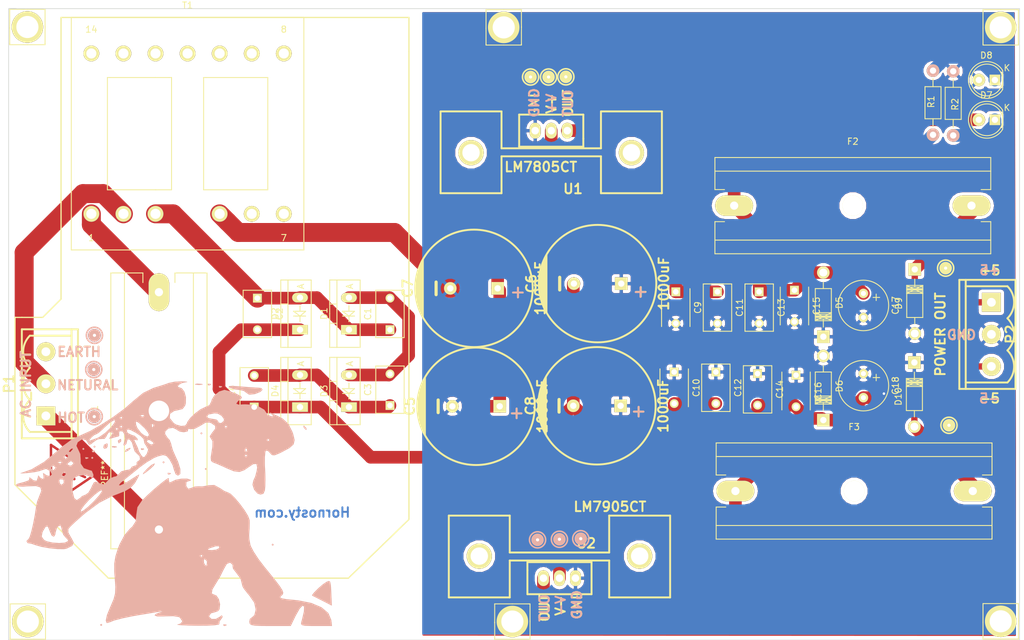
<source format=kicad_pcb>
(kicad_pcb (version 20171130) (host pcbnew "(5.1.12)-1")
  (layers (0 F.Cu signal) (31 B.Cu signal) (34 B.Paste user) (35 F.Paste user) (36 B.SilkS user) (37 F.SilkS user) (38 B.Mask user) (39 F.Mask user) (44 Edge.Cuts user))
  (net 0 "")
  (net 1 "Net-(C1-Pad1)")
  (net 2 /V-)
  (net 3 /V+)
  (net 4 "Net-(C3-Pad1)")
  (net 5 "Net-(C13-Pad1)")
  (net 6 "Net-(C14-Pad2)")
  (net 7 "Net-(D7-Pad1)")
  (net 8 "Net-(D8-Pad1)")
  (net 9 /REG_+5V)
  (net 10 /REG_-5V)
  (net 11 "Net-(F1-Pad2)")
  (net 12 /HOT)
  (net 13 /NETURAL)
  (net 14 GNDPWR)
  (net 15 Earth)
  (module Capacitors_ThroughHole:C_Disc_D7.5_P5 (layer F.Cu) (at 142.696 110.652 90)
    (fp_text reference C1 (at 2.5 -3.5 90) (layer F.SilkS))
    (fp_text value C_Small)
    (pad 1 thru_hole rect (at 0 0 90) (size 1.4 1.4) (drill 0.9) (layers *.Cu *.Mask F.SilkS) (net 1 "Net-(C1-Pad1)"))
    (pad 2 thru_hole circle (at 5 0 90) (size 1.4 1.4) (drill 0.9) (layers *.Cu *.Mask F.SilkS) (net 2 /V-))
  )
  (module Capacitors_ThroughHole:C_Disc_D7.5_P5 (layer F.Cu) (at 121.696 105.652 270)
    (fp_text reference C2 (at 2.5 -3.5 270) (layer F.SilkS))
    (fp_text value C_Small)
    (pad 1 thru_hole rect (at 0 0 270) (size 1.4 1.4) (drill 0.9) (layers *.Cu *.Mask F.SilkS) (net 1 "Net-(C1-Pad1)"))
    (pad 2 thru_hole circle (at 5 0 270) (size 1.4 1.4) (drill 0.9) (layers *.Cu *.Mask F.SilkS) (net 3 /V+))
  )
  (module Capacitors_ThroughHole:C_Disc_D7.5_P5 (layer F.Cu) (at 142.696 122.652 90)
    (fp_text reference C3 (at 2.5 -3.5 90) (layer F.SilkS))
    (fp_text value C_Small)
    (pad 1 thru_hole rect (at 0 0 90) (size 1.4 1.4) (drill 0.9) (layers *.Cu *.Mask F.SilkS) (net 4 "Net-(C3-Pad1)"))
    (pad 2 thru_hole circle (at 5 0 90) (size 1.4 1.4) (drill 0.9) (layers *.Cu *.Mask F.SilkS) (net 2 /V-))
  )
  (module Capacitors_ThroughHole:C_Disc_D7.5_P5 (layer F.Cu) (at 121.196 122.902 90)
    (fp_text reference C4 (at 2.5 -3.5 90) (layer F.SilkS))
    (fp_text value C_Small)
    (pad 1 thru_hole rect (at 0 0 90) (size 1.4 1.4) (drill 0.9) (layers *.Cu *.Mask F.SilkS) (net 3 /V+))
    (pad 2 thru_hole circle (at 5 0 90) (size 1.4 1.4) (drill 0.9) (layers *.Cu *.Mask F.SilkS) (net 4 "Net-(C3-Pad1)"))
  )
  (module w_capacitors:CP_18x16mm (layer F.Cu) (at 156.327 122.781 90)
    (fp_text reference C5 (at 0 -10.5 90) (layer F.SilkS) (effects (font (size 1.524 1.524) (thickness 0.3048))))
    (fp_text value 1000uF (at 0 10.5 90) (layer F.SilkS) (effects (font (size 1.524 1.524) (thickness 0.3048))))
    (pad 1 thru_hole rect (at 0 3.75 90) (size 2 2) (drill 1) (layers *.Cu *.Mask F.SilkS) (net 3 /V+))
    (pad 2 thru_hole circle (at 0 -3.75 90) (size 2 2) (drill 1) (layers *.Cu *.Mask F.SilkS) (net 14 GNDPWR))
  )
  (module w_capacitors:CP_18x16mm (layer F.Cu) (at 175.575 103.35 90)
    (fp_text reference C6 (at 0 -10.5 90) (layer F.SilkS) (effects (font (size 1.524 1.524) (thickness 0.3048))))
    (fp_text value 1000uF (at 0 10.5 90) (layer F.SilkS) (effects (font (size 1.524 1.524) (thickness 0.3048))))
    (pad 1 thru_hole rect (at 0 3.75 90) (size 2 2) (drill 1) (layers *.Cu *.Mask F.SilkS) (net 14 GNDPWR))
    (pad 2 thru_hole circle (at 0 -3.75 90) (size 2 2) (drill 1) (layers *.Cu *.Mask F.SilkS) (net 2 /V-))
  )
  (module w_capacitors:CP_18x16mm (layer F.Cu) (at 156 104.1 90)
    (fp_text reference C7 (at 0 -10.5 90) (layer F.SilkS) (effects (font (size 1.524 1.524) (thickness 0.3048))))
    (fp_text value 1000uF (at 0 10.5 90) (layer F.SilkS) (effects (font (size 1.524 1.524) (thickness 0.3048))))
    (pad 1 thru_hole rect (at 0 3.75 90) (size 2 2) (drill 1) (layers *.Cu *.Mask F.SilkS) (net 3 /V+))
    (pad 2 thru_hole circle (at 0 -3.75 90) (size 2 2) (drill 1) (layers *.Cu *.Mask F.SilkS) (net 14 GNDPWR))
  )
  (module w_capacitors:CP_18x16mm (layer F.Cu) (at 175.475 122.7 90)
    (fp_text reference C8 (at 0 -10.5 90) (layer F.SilkS) (effects (font (size 1.524 1.524) (thickness 0.3048))))
    (fp_text value 1000uF (at 0 10.5 90) (layer F.SilkS) (effects (font (size 1.524 1.524) (thickness 0.3048))))
    (pad 1 thru_hole rect (at 0 3.75 90) (size 2 2) (drill 1) (layers *.Cu *.Mask F.SilkS) (net 14 GNDPWR))
    (pad 2 thru_hole circle (at 0 -3.75 90) (size 2 2) (drill 1) (layers *.Cu *.Mask F.SilkS) (net 2 /V-))
  )
  (module Capacitors_ThroughHole:C_Disc_D6_P5 (layer F.Cu) (at 187.96 104.648 270)
    (fp_text reference C9 (at 2.5 -3.5 270) (layer F.SilkS))
    (fp_text value 10nF)
    (pad 1 thru_hole rect (at 0 0 270) (size 1.4 1.4) (drill 0.9) (layers *.Cu *.Mask F.SilkS) (net 3 /V+))
    (pad 2 thru_hole circle (at 5 0 270) (size 1.4 1.4) (drill 0.9) (layers *.Cu *.Mask F.SilkS) (net 14 GNDPWR))
  )
  (module Capacitors_ThroughHole:C_Disc_D6_P5 (layer F.Cu) (at 187.706 117.348 270)
    (fp_text reference C10 (at 2.5 -3.5 270) (layer F.SilkS))
    (fp_text value 10nF)
    (pad 1 thru_hole rect (at 0 0 270) (size 1.4 1.4) (drill 0.9) (layers *.Cu *.Mask F.SilkS) (net 14 GNDPWR))
    (pad 2 thru_hole circle (at 5 0 270) (size 1.4 1.4) (drill 0.9) (layers *.Cu *.Mask F.SilkS) (net 2 /V-))
  )
  (module Capacitors_ThroughHole:C_Disc_D7.5_P5 (layer F.Cu) (at 194.564 104.648 270)
    (fp_text reference C11 (at 2.5 -3.5 270) (layer F.SilkS))
    (fp_text value 100nF)
    (pad 1 thru_hole rect (at 0 0 270) (size 1.4 1.4) (drill 0.9) (layers *.Cu *.Mask F.SilkS) (net 3 /V+))
    (pad 2 thru_hole circle (at 5 0 270) (size 1.4 1.4) (drill 0.9) (layers *.Cu *.Mask F.SilkS) (net 14 GNDPWR))
  )
  (module Capacitors_ThroughHole:C_Disc_D7.5_P5 (layer F.Cu) (at 194.31 117.348 270)
    (fp_text reference C12 (at 2.5 -3.5 270) (layer F.SilkS))
    (fp_text value 100nF)
    (pad 1 thru_hole rect (at 0 0 270) (size 1.4 1.4) (drill 0.9) (layers *.Cu *.Mask F.SilkS) (net 14 GNDPWR))
    (pad 2 thru_hole circle (at 5 0 270) (size 1.4 1.4) (drill 0.9) (layers *.Cu *.Mask F.SilkS) (net 2 /V-))
  )
  (module Capacitors_ThroughHole:C_Disc_D7.5_P5 (layer F.Cu) (at 201.168 104.648 270)
    (fp_text reference C13 (at 2.5 -3.5 270) (layer F.SilkS))
    (fp_text value 100nF)
    (pad 1 thru_hole rect (at 0 0 270) (size 1.4 1.4) (drill 0.9) (layers *.Cu *.Mask F.SilkS) (net 5 "Net-(C13-Pad1)"))
    (pad 2 thru_hole circle (at 5 0 270) (size 1.4 1.4) (drill 0.9) (layers *.Cu *.Mask F.SilkS) (net 14 GNDPWR))
  )
  (module Capacitors_ThroughHole:C_Disc_D7.5_P5 (layer F.Cu) (at 200.914 117.602 270)
    (fp_text reference C14 (at 2.5 -3.5 270) (layer F.SilkS))
    (fp_text value 100nF)
    (pad 1 thru_hole rect (at 0 0 270) (size 1.4 1.4) (drill 0.9) (layers *.Cu *.Mask F.SilkS) (net 14 GNDPWR))
    (pad 2 thru_hole circle (at 5 0 270) (size 1.4 1.4) (drill 0.9) (layers *.Cu *.Mask F.SilkS) (net 6 "Net-(C14-Pad2)"))
  )
  (module Capacitors_ThroughHole:C_Disc_D6_P5 (layer F.Cu) (at 206.756 104.394 270)
    (fp_text reference C15 (at 2.5 -3.5 270) (layer F.SilkS))
    (fp_text value 10nF)
    (pad 1 thru_hole rect (at 0 0 270) (size 1.4 1.4) (drill 0.9) (layers *.Cu *.Mask F.SilkS) (net 5 "Net-(C13-Pad1)"))
    (pad 2 thru_hole circle (at 5 0 270) (size 1.4 1.4) (drill 0.9) (layers *.Cu *.Mask F.SilkS) (net 14 GNDPWR))
  )
  (module Capacitors_ThroughHole:C_Disc_D6_P5 (layer F.Cu) (at 207.01 117.856 270)
    (fp_text reference C16 (at 2.5 -3.5 270) (layer F.SilkS))
    (fp_text value 10nF)
    (pad 1 thru_hole rect (at 0 0 270) (size 1.4 1.4) (drill 0.9) (layers *.Cu *.Mask F.SilkS) (net 14 GNDPWR))
    (pad 2 thru_hole circle (at 5 0 270) (size 1.4 1.4) (drill 0.9) (layers *.Cu *.Mask F.SilkS) (net 6 "Net-(C14-Pad2)"))
  )
  (module Capacitors_Elko_ThroughHole:Elko_vert_11.5x8mm_RM3.5 (layer F.Cu) (at 217.678 104.902 270)
    (fp_text reference C17 (at 1.905 -5.08 270) (layer F.SilkS))
    (fp_text value 470uF)
    (fp_line (start 0.127 -2.032) (end 1.143 -2.032) (layer F.Cu) (width 0.15))
    (fp_line (start 0.635 -2.54) (end 0.635 -1.524) (layer F.Cu) (width 0.15))
    (pad 2 thru_hole circle (at 3.81 0 270) (size 1.50114 1.50114) (drill 0.8001) (layers *.Cu *.Mask F.SilkS) (net 14 GNDPWR))
    (pad 1 thru_hole circle (at 0 0 270) (size 1.50114 1.50114) (drill 0.8001) (layers *.Cu *.Mask F.SilkS) (net 5 "Net-(C13-Pad1)"))
  )
  (module Capacitors_Elko_ThroughHole:Elko_vert_11.5x8mm_RM3.5 (layer F.Cu) (at 217.678 117.602 270)
    (fp_text reference C18 (at 1.905 -5.08 270) (layer F.SilkS))
    (fp_text value 470uF)
    (fp_line (start 0.127 -2.032) (end 1.143 -2.032) (layer F.Cu) (width 0.15))
    (fp_line (start 0.635 -2.54) (end 0.635 -1.524) (layer F.Cu) (width 0.15))
    (pad 2 thru_hole circle (at 3.81 0 270) (size 1.50114 1.50114) (drill 0.8001) (layers *.Cu *.Mask F.SilkS) (net 6 "Net-(C14-Pad2)"))
    (pad 1 thru_hole circle (at 0 0 270) (size 1.50114 1.50114) (drill 0.8001) (layers *.Cu *.Mask F.SilkS) (net 14 GNDPWR))
  )
  (module Diodes_ThroughHole:Diode_TO-220_Vertical (layer F.Cu) (at 136.196 110.652 90)
    (fp_text reference D1 (at 2.54762 -3.92938 90) (layer F.SilkS))
    (fp_text value MUR860G)
    (fp_text user A (at 6.858 0.127 90) (layer F.SilkS))
    (pad 1 thru_hole rect (at 0 0 180) (size 2.49936 1.50114) (drill 1.00076) (layers *.Cu *.Mask F.SilkS) (net 1 "Net-(C1-Pad1)"))
    (pad 2 thru_hole oval (at 5.08 0 180) (size 2.49936 1.50114) (drill 1.00076) (layers *.Cu *.Mask F.SilkS) (net 2 /V-))
  )
  (module Diodes_ThroughHole:Diode_TO-220_Vertical (layer F.Cu) (at 128.446 110.652 90)
    (fp_text reference D2 (at 2.54762 -3.92938 90) (layer F.SilkS))
    (fp_text value MUR860G)
    (fp_text user A (at 6.858 0.127 90) (layer F.SilkS))
    (pad 1 thru_hole rect (at 0 0 180) (size 2.49936 1.50114) (drill 1.00076) (layers *.Cu *.Mask F.SilkS) (net 3 /V+))
    (pad 2 thru_hole oval (at 5.08 0 180) (size 2.49936 1.50114) (drill 1.00076) (layers *.Cu *.Mask F.SilkS) (net 1 "Net-(C1-Pad1)"))
  )
  (module Diodes_ThroughHole:Diode_TO-220_Vertical (layer F.Cu) (at 136.196 122.902 90)
    (fp_text reference D3 (at 2.54762 -3.92938 90) (layer F.SilkS))
    (fp_text value MUR860G)
    (fp_text user A (at 6.858 0.127 90) (layer F.SilkS))
    (pad 1 thru_hole rect (at 0 0 180) (size 2.49936 1.50114) (drill 1.00076) (layers *.Cu *.Mask F.SilkS) (net 4 "Net-(C3-Pad1)"))
    (pad 2 thru_hole oval (at 5.08 0 180) (size 2.49936 1.50114) (drill 1.00076) (layers *.Cu *.Mask F.SilkS) (net 2 /V-))
  )
  (module Diodes_ThroughHole:Diode_TO-220_Vertical (layer F.Cu) (at 128.446 122.902 90)
    (fp_text reference D4 (at 2.54762 -3.92938 90) (layer F.SilkS))
    (fp_text value MUR860G)
    (fp_text user A (at 6.858 0.127 90) (layer F.SilkS))
    (pad 1 thru_hole rect (at 0 0 180) (size 2.49936 1.50114) (drill 1.00076) (layers *.Cu *.Mask F.SilkS) (net 3 /V+))
    (pad 2 thru_hole oval (at 5.08 0 180) (size 2.49936 1.50114) (drill 1.00076) (layers *.Cu *.Mask F.SilkS) (net 4 "Net-(C3-Pad1)"))
  )
  (module Diodes_ThroughHole:Diode_DO-41_SOD81_Horizontal_RM10 (layer F.Cu) (at 211.33054 111.76 90)
    (fp_text reference D5 (at 5.38734 2.53746 90) (layer F.SilkS))
    (fp_text value TVS)
    (pad 2 thru_hole circle (at 10.16 -0.00254 270) (size 1.99898 1.99898) (drill 1.27) (layers *.Cu *.Mask F.SilkS) (net 5 "Net-(C13-Pad1)"))
    (pad 1 thru_hole rect (at 0 -0.00254 270) (size 1.99898 1.99898) (drill 1.00076) (layers *.Cu *.Mask F.SilkS) (net 14 GNDPWR))
  )
  (module Diodes_ThroughHole:Diode_DO-41_SOD81_Horizontal_RM10 (layer F.Cu) (at 211.33054 124.968 90)
    (fp_text reference D6 (at 5.38734 2.53746 90) (layer F.SilkS))
    (fp_text value TVS)
    (pad 2 thru_hole circle (at 10.16 -0.00254 270) (size 1.99898 1.99898) (drill 1.27) (layers *.Cu *.Mask F.SilkS) (net 14 GNDPWR))
    (pad 1 thru_hole rect (at 0 -0.00254 270) (size 1.99898 1.99898) (drill 1.00076) (layers *.Cu *.Mask F.SilkS) (net 6 "Net-(C14-Pad2)"))
  )
  (module LEDs:LED-5MM (layer F.Cu) (at 238.49866 77.4 180)
    (fp_text reference D7 (at 1.35 3.9 180) (layer F.SilkS))
    (fp_text value LED)
    (fp_text user K (at -1.90634 1.905 180) (layer F.SilkS))
    (pad 1 thru_hole rect (at -0.00134 0 270) (size 1.69926 1.69926) (drill 1.00076) (layers *.Cu *.Mask F.SilkS) (net 7 "Net-(D7-Pad1)"))
    (pad 2 thru_hole circle (at 2.53866 0 180) (size 1.99898 1.99898) (drill 1.00076) (layers *.Cu *.Mask F.SilkS) (net 5 "Net-(C13-Pad1)"))
  )
  (module LEDs:LED-5MM (layer F.Cu) (at 238.49866 71.1 180)
    (fp_text reference D8 (at 1.35 3.9 180) (layer F.SilkS))
    (fp_text value LED)
    (fp_text user K (at -1.90634 1.905 180) (layer F.SilkS))
    (pad 1 thru_hole rect (at -0.00134 0 270) (size 1.69926 1.69926) (drill 1.00076) (layers *.Cu *.Mask F.SilkS) (net 8 "Net-(D8-Pad1)"))
    (pad 2 thru_hole circle (at 2.53866 0 180) (size 1.99898 1.99898) (drill 1.00076) (layers *.Cu *.Mask F.SilkS) (net 14 GNDPWR))
  )
  (module Diodes_ThroughHole:Diode_DO-41_SOD81_Horizontal_RM10 (layer F.Cu) (at 225.806 101.092 270)
    (fp_text reference D9 (at 5.38734 2.53746 270) (layer F.SilkS))
    (fp_text value 1N4008)
    (pad 2 thru_hole circle (at 10.16 -0.00254 90) (size 1.99898 1.99898) (drill 1.27) (layers *.Cu *.Mask F.SilkS) (net 14 GNDPWR))
    (pad 1 thru_hole rect (at 0 -0.00254 90) (size 1.99898 1.99898) (drill 1.00076) (layers *.Cu *.Mask F.SilkS) (net 9 /REG_+5V))
  )
  (module Diodes_ThroughHole:Diode_DO-41_SOD81_Horizontal_RM10 (layer F.Cu) (at 225.746 115.84 270)
    (fp_text reference D10 (at 5.38734 2.53746 270) (layer F.SilkS))
    (fp_text value 1N4008)
    (pad 2 thru_hole circle (at 10.16 -0.00254 90) (size 1.99898 1.99898) (drill 1.27) (layers *.Cu *.Mask F.SilkS) (net 10 /REG_-5V))
    (pad 1 thru_hole rect (at 0 -0.00254 90) (size 1.99898 1.99898) (drill 1.00076) (layers *.Cu *.Mask F.SilkS) (net 14 GNDPWR))
  )
  (module Fuse_Holders_and_Fuses:Fuseholder6x32_Horiz_Open_Schurter0031-8002 (layer F.Cu) (at 106.1 123.504 90)
    (fp_text reference F1 (at 0 -10.16 90) (layer F.SilkS))
    (fp_text value FUSE)
    (pad "" np_thru_hole circle (at 0 0 90) (size 3.2512 3.2512) (drill 3.2512) (layers *.Cu *.Mask F.SilkS))
    (pad 2 thru_hole oval (at 18.796 0 180) (size 3.2512 5.99948) (drill 1.30048) (layers *.Cu *.Mask F.SilkS) (net 11 "Net-(F1-Pad2)"))
    (pad 1 thru_hole oval (at -18.796 0 180) (size 3.2512 5.99948) (drill 1.30048) (layers *.Cu *.Mask F.SilkS) (net 12 /HOT))
  )
  (module Fuse_Holders_and_Fuses:Fuseholder6x32_Horiz_Open_Schurter0031-8002 (layer F.Cu) (at 216 91)
    (fp_text reference F2 (at 0 -10.16) (layer F.SilkS))
    (fp_text value FUSE)
    (pad "" np_thru_hole circle (at 0 0) (size 3.2512 3.2512) (drill 3.2512) (layers *.Cu *.Mask F.SilkS))
    (pad 2 thru_hole oval (at 18.796 0 90) (size 3.2512 5.99948) (drill 1.30048) (layers *.Cu *.Mask F.SilkS) (net 9 /REG_+5V))
    (pad 1 thru_hole oval (at -18.796 0 90) (size 3.2512 5.99948) (drill 1.30048) (layers *.Cu *.Mask F.SilkS) (net 5 "Net-(C13-Pad1)"))
  )
  (module Fuse_Holders_and_Fuses:Fuseholder6x32_Horiz_Open_Schurter0031-8002 (layer F.Cu) (at 216.204 136.2)
    (fp_text reference F3 (at 0 -10.16) (layer F.SilkS))
    (fp_text value FUSE)
    (pad "" np_thru_hole circle (at 0 0) (size 3.2512 3.2512) (drill 3.2512) (layers *.Cu *.Mask F.SilkS))
    (pad 2 thru_hole oval (at 18.796 0 90) (size 3.2512 5.99948) (drill 1.30048) (layers *.Cu *.Mask F.SilkS) (net 10 /REG_-5V))
    (pad 1 thru_hole oval (at -18.796 0 90) (size 3.2512 5.99948) (drill 1.30048) (layers *.Cu *.Mask F.SilkS) (net 6 "Net-(C14-Pad2)"))
  )
  (module w_conn_screw:mstbva_2,5%2f3-g-5,08 (layer F.Cu) (at 88.2 119.22 90)
    (fp_text reference P1 (at 0 -5.842 90) (layer F.SilkS) (effects (font (size 1.524 1.524) (thickness 0.3048))))
    (fp_text value AC_INPUT (at -0.08 -3.17 90) (layer F.SilkS) (effects (font (size 1.524 1.524) (thickness 0.3048))))
    (pad 1 thru_hole rect (at -5.08 0 90) (size 2.99974 2.99974) (drill 1.39954) (layers *.Cu *.Mask F.SilkS) (net 12 /HOT))
    (pad 3 thru_hole circle (at 5.08 0 90) (size 2.99974 2.99974) (drill 1.39954) (layers *.Cu *.Mask F.SilkS) (net 15 Earth))
    (pad 2 thru_hole circle (at 0 0 90) (size 2.99974 2.99974) (drill 1.39954) (layers *.Cu *.Mask F.SilkS) (net 13 /NETURAL))
  )
  (module w_conn_screw:mstbva_2,5%2f3-g-5,08 (layer F.Cu) (at 237.946 111.39 270)
    (fp_text reference P2 (at -0.02 -3.064 270) (layer F.SilkS) (effects (font (size 1.524 1.524) (thickness 0.3048))))
    (fp_text value "POWER OUT" (at 0.01 8.086 270) (layer F.SilkS) (effects (font (size 1.524 1.524) (thickness 0.3048))))
    (pad 1 thru_hole rect (at -5.08 0 270) (size 2.99974 2.99974) (drill 1.39954) (layers *.Cu *.Mask F.SilkS) (net 9 /REG_+5V))
    (pad 3 thru_hole circle (at 5.08 0 270) (size 2.99974 2.99974) (drill 1.39954) (layers *.Cu *.Mask F.SilkS) (net 10 /REG_-5V))
    (pad 2 thru_hole circle (at 0 0 270) (size 2.99974 2.99974) (drill 1.39954) (layers *.Cu *.Mask F.SilkS) (net 14 GNDPWR))
  )
  (module Resistors_ThroughHole:Resistor_Horizontal_RM10mm (layer F.Cu) (at 231.9 74.8 90)
    (fp_text reference R1 (at 0.24892 -3.50012 90) (layer F.SilkS))
    (fp_text value R)
    (pad 1 thru_hole circle (at -5.08 0 90) (size 1.99898 1.99898) (drill 1.00076) (layers *.Cu *.SilkS *.Mask) (net 7 "Net-(D7-Pad1)"))
    (pad 2 thru_hole circle (at 5.08 0 90) (size 1.99898 1.99898) (drill 1.00076) (layers *.Cu *.SilkS *.Mask) (net 14 GNDPWR))
  )
  (module Resistors_ThroughHole:Resistor_Horizontal_RM10mm (layer F.Cu) (at 228.7 74.7 270)
    (fp_text reference R2 (at 0.24892 -3.50012 270) (layer F.SilkS))
    (fp_text value R_Small)
    (pad 1 thru_hole circle (at -5.08 0 270) (size 1.99898 1.99898) (drill 1.00076) (layers *.Cu *.SilkS *.Mask) (net 8 "Net-(D8-Pad1)"))
    (pad 2 thru_hole circle (at 5.08 0 270) (size 1.99898 1.99898) (drill 1.00076) (layers *.Cu *.SilkS *.Mask) (net 6 "Net-(C14-Pad2)"))
  )
  (module Transformers_SMPS_ThroughHole:ETD29_13Pin_Horizontal_EPCOS-B66359A1013T (layer F.Cu) (at 110.64 79.6)
    (fp_text reference T1 (at 0 -20.32) (layer F.SilkS))
    (fp_text value TRANSFO2)
    (fp_text user 14 (at -15.24 -16.51) (layer F.SilkS))
    (fp_text user 8 (at 15.24 -16.51) (layer F.SilkS))
    (fp_text user 7 (at 15.24 16.51) (layer F.SilkS))
    (fp_text user 1 (at -15.24 16.51) (layer F.SilkS))
    (pad 1 thru_hole circle (at -15.24 12.7) (size 2.49936 2.49936) (drill 1.6002) (layers *.Cu *.Mask F.SilkS) (net 11 "Net-(F1-Pad2)"))
    (pad 2 thru_hole circle (at -10.16 12.7) (size 2.49936 2.49936) (drill 1.6002) (layers *.Cu *.Mask F.SilkS) (net 13 /NETURAL))
    (pad 3 thru_hole circle (at -5.08 12.7) (size 2.49936 2.49936) (drill 1.6002) (layers *.Cu *.Mask F.SilkS) (net 1 "Net-(C1-Pad1)"))
    (pad 5 thru_hole circle (at 5.08 12.7) (size 2.49936 2.49936) (drill 1.6002) (layers *.Cu *.Mask F.SilkS) (net 14 GNDPWR))
    (pad 6 thru_hole circle (at 10.16 12.7) (size 2.49936 2.49936) (drill 1.6002) (layers *.Cu *.Mask F.SilkS) (net 4 "Net-(C3-Pad1)"))
    (pad 7 thru_hole circle (at 15.24 12.7) (size 2.49936 2.49936) (drill 1.6002) (layers *.Cu *.Mask F.SilkS))
    (pad 14 thru_hole circle (at -15.24 -12.7) (size 2.49936 2.49936) (drill 1.6002) (layers *.Cu *.Mask F.SilkS))
    (pad 13 thru_hole circle (at -10.16 -12.7) (size 2.49936 2.49936) (drill 1.6002) (layers *.Cu *.Mask F.SilkS))
    (pad 12 thru_hole circle (at -5.08 -12.7) (size 2.49936 2.49936) (drill 1.6002) (layers *.Cu *.Mask F.SilkS))
    (pad 11 thru_hole circle (at 0 -12.7) (size 2.49936 2.49936) (drill 1.6002) (layers *.Cu *.Mask F.SilkS))
    (pad 10 thru_hole circle (at 5.08 -12.7) (size 2.49936 2.49936) (drill 1.6002) (layers *.Cu *.Mask F.SilkS))
    (pad 9 thru_hole circle (at 10.16 -12.7) (size 2.49936 2.49936) (drill 1.6002) (layers *.Cu *.Mask F.SilkS))
    (pad 8 thru_hole circle (at 15.24 -12.7) (size 2.49936 2.49936) (drill 1.6002) (layers *.Cu *.Mask F.SilkS))
  )
  (module w_to:to220_std_14cw (layer F.Cu) (at 168.235 79.125 180)
    (fp_text reference U1 (at -3.445 -9.225 180) (layer F.SilkS) (effects (font (size 1.524 1.524) (thickness 0.3048))))
    (fp_text value LM7805CT (at 1.655 -5.755 180) (layer F.SilkS) (effects (font (size 1.524 1.524) (thickness 0.3048))))
    (pad 1 thru_hole oval (at 2.54 0 180) (size 1.74498 2.49936) (drill 1.19888) (layers *.Cu *.Mask F.SilkS) (net 14 GNDPWR))
    (pad 2 thru_hole oval (at 0 0 180) (size 1.74752 2.49936) (drill 1.19888) (layers *.Cu *.Mask F.SilkS) (net 3 /V+))
    (pad 3 thru_hole oval (at -2.54 0 180) (size 1.74752 2.49936) (drill 1.19888) (layers *.Cu *.Mask F.SilkS) (net 5 "Net-(C13-Pad1)"))
    (pad "" thru_hole circle (at 12.7 -3.4925 180) (size 4.0005 4.0005) (drill 2.74828) (layers *.Cu *.Mask F.SilkS))
    (pad "" thru_hole circle (at -12.7 -3.4925 180) (size 4.0005 4.0005) (drill 2.74828) (layers *.Cu *.Mask F.SilkS))
  )
  (module w_to:to220_std_14cw (layer F.Cu) (at 169.54 150)
    (fp_text reference U2 (at 4.23 -5.52) (layer F.SilkS) (effects (font (size 1.524 1.524) (thickness 0.3048))))
    (fp_text value LM7905CT (at 7.99 -11.31) (layer F.SilkS) (effects (font (size 1.524 1.524) (thickness 0.3048))))
    (pad 1 thru_hole oval (at 2.54 0) (size 1.74498 2.49936) (drill 1.19888) (layers *.Cu *.Mask F.SilkS) (net 14 GNDPWR))
    (pad 2 thru_hole oval (at 0 0) (size 1.74752 2.49936) (drill 1.19888) (layers *.Cu *.Mask F.SilkS) (net 2 /V-))
    (pad 3 thru_hole oval (at -2.54 0) (size 1.74752 2.49936) (drill 1.19888) (layers *.Cu *.Mask F.SilkS) (net 6 "Net-(C14-Pad2)"))
    (pad "" thru_hole circle (at 12.7 -3.4925) (size 4.0005 4.0005) (drill 2.74828) (layers *.Cu *.Mask F.SilkS))
    (pad "" thru_hole circle (at -12.7 -3.4925) (size 4.0005 4.0005) (drill 2.74828) (layers *.Cu *.Mask F.SilkS))
  )
  (module Symbols:Symbol_HighVoltage_Type2_CopperTop_VerySmall (layer F.Cu) (at 91.8 133.6 270)
    (fp_text reference REF** (at -0.127 -5.715 270) (layer F.SilkS))
    (fp_text value Symbol_HighVoltage_Type2_CopperTop_VerySmall)
    (fp_line (start -4.699 2.794) (end 0 -4.191) (layer F.Cu) (width 0.381))
    (fp_line (start 4.699 2.794) (end -4.699 2.794) (layer F.Cu) (width 0.381))
    (fp_line (start 0 -4.191) (end 4.699 2.794) (layer F.Cu) (width 0.381))
    (fp_line (start -0.49784 2.19964) (end -0.59944 1.30048) (layer F.Cu) (width 0.381))
    (fp_line (start 0.29972 -0.59944) (end -0.49784 2.19964) (layer F.Cu) (width 0.381))
    (fp_line (start -0.89916 0.20066) (end 0.29972 -0.59944) (layer F.Cu) (width 0.381))
    (fp_line (start -0.09906 -2.79908) (end -0.89916 0.20066) (layer F.Cu) (width 0.381))
    (fp_line (start -0.49784 2.19964) (end 0.1016 1.50114) (layer F.Cu) (width 0.381))
    (fp_line (start -0.89916 0.20066) (end 0.40132 -2.60096) (layer F.Cu) (width 0.381))
    (fp_line (start 0.70104 -0.89916) (end 0.1016 -0.50038) (layer F.Cu) (width 0.381))
    (fp_line (start -0.49784 2.19964) (end 0.70104 -0.89916) (layer F.Cu) (width 0.381))
  )
  (module logos:LOGO (layer B.Cu) (at 108.42 137.47 180)
    (fp_text reference G*** hide)
    (fp_text value LOGO hide)
  )
  (module mechanical:3.5mm_m3 (layer F.Cu) (at 239.42 156.93)
    (fp_text reference REF** (at 0 0.5) (layer F.SilkS))
    (fp_text value 3.5mmM3)
    (pad 1 thru_hole circle (at 0 -0.1) (size 5 5) (drill 3.5) (layers *.Cu *.Mask F.SilkS))
  )
  (module mechanical:3.5mm_m3 (layer F.Cu) (at 239.42 62.87)
    (fp_text reference REF** (at 0 0.5) (layer F.SilkS))
    (fp_text value 3.5mmM3)
    (pad 1 thru_hole circle (at 0 -0.1) (size 5 5) (drill 3.5) (layers *.Cu *.Mask F.SilkS))
  )
  (module mechanical:3.5mm_m3 (layer F.Cu) (at 85.27 62.81)
    (fp_text reference REF** (at 0 0.5) (layer F.SilkS))
    (fp_text value 3.5mmM3)
    (pad 1 thru_hole circle (at 0 -0.1) (size 5 5) (drill 3.5) (layers *.Cu *.Mask F.SilkS))
  )
  (module mechanical:3.5mm_m3 (layer F.Cu) (at 85.34 156.97)
    (fp_text reference REF** (at 0 0.5) (layer F.SilkS))
    (fp_text value 3.5mmM3)
    (pad 1 thru_hole circle (at 0 -0.1) (size 5 5) (drill 3.5) (layers *.Cu *.Mask F.SilkS))
  )
  (module mechanical:3.5mm_m3 (layer F.Cu) (at 160.71 62.87)
    (fp_text reference REF** (at 0 0.5) (layer F.SilkS))
    (fp_text value 3.5mmM3)
    (pad 1 thru_hole circle (at 0 -0.1) (size 5 5) (drill 3.5) (layers *.Cu *.Mask F.SilkS))
  )
  (module mechanical:3.5mm_m3 (layer F.Cu) (at 162.08 156.97)
    (fp_text reference REF** (at 0 0.5) (layer F.SilkS))
    (fp_text value 3.5mmM3)
    (pad 1 thru_hole circle (at 0 -0.1) (size 5 5) (drill 3.5) (layers *.Cu *.Mask F.SilkS))
  )
  (module w_details:pad_2mm (layer B.Cu) (at 95.89 111.54)
    (fp_text reference pad_2mm hide)
    (fp_text value VAL** hide)
    (pad 1 thru_hole circle (at 0 0) (size 1.99898 1.99898) (drill 0.50038) (layers *.Cu B.SilkS))
  )
  (module w_details:pad_2mm (layer B.Cu) (at 95.78 116.96)
    (fp_text reference pad_2mm hide)
    (fp_text value VAL** hide)
    (pad 1 thru_hole circle (at 0 0) (size 1.99898 1.99898) (drill 0.50038) (layers *.Cu B.SilkS))
  )
  (module w_details:pad_2mm (layer B.Cu) (at 95.86 124.42)
    (fp_text reference pad_2mm hide)
    (fp_text value VAL** hide)
    (pad 1 thru_hole circle (at 0 0) (size 1.99898 1.99898) (drill 0.50038) (layers *.Cu B.SilkS))
  )
  (module w_details:pad_2mm (layer F.Cu) (at 231.23 125.79)
    (fp_text reference pad_2mm hide)
    (fp_text value VAL** hide)
    (pad 1 thru_hole circle (at 0 0) (size 1.99898 1.99898) (drill 0.50038) (layers *.Cu F.SilkS))
  )
  (module w_details:pad_2mm (layer F.Cu) (at 230.7 100.9)
    (fp_text reference pad_2mm hide)
    (fp_text value VAL** hide)
    (pad 1 thru_hole circle (at 0 0) (size 1.99898 1.99898) (drill 0.50038) (layers *.Cu F.SilkS))
  )
  (module w_details:pad_2mm (layer F.Cu) (at 170.55 70.6)
    (fp_text reference pad_2mm hide)
    (fp_text value VAL** hide)
    (pad 1 thru_hole circle (at 0 0) (size 1.99898 1.99898) (drill 0.50038) (layers *.Cu F.SilkS))
  )
  (module w_details:pad_2mm (layer F.Cu) (at 167.81 70.63)
    (fp_text reference pad_2mm hide)
    (fp_text value VAL** hide)
    (pad 1 thru_hole circle (at 0 0) (size 1.99898 1.99898) (drill 0.50038) (layers *.Cu F.SilkS))
  )
  (module w_details:pad_2mm (layer F.Cu) (at 164.96 70.63)
    (fp_text reference pad_2mm hide)
    (fp_text value VAL** hide)
    (pad 1 thru_hole circle (at 0 0) (size 1.99898 1.99898) (drill 0.50038) (layers *.Cu F.SilkS))
  )
  (module w_details:pad_2mm (layer B.Cu) (at 166.07 143.93)
    (fp_text reference pad_2mm hide)
    (fp_text value VAL** hide)
    (pad 1 thru_hole circle (at 0 0) (size 1.99898 1.99898) (drill 0.50038) (layers *.Cu B.SilkS))
  )
  (module w_details:pad_2mm (layer B.Cu) (at 169.53 143.84)
    (fp_text reference pad_2mm hide)
    (fp_text value VAL** hide)
    (pad 1 thru_hole circle (at 0 0) (size 1.99898 1.99898) (drill 0.50038) (layers *.Cu B.SilkS))
  )
  (module w_details:pad_2mm (layer B.Cu) (at 172.91 143.75)
    (fp_text reference pad_2mm hide)
    (fp_text value VAL** hide)
    (pad 1 thru_hole circle (at 0 0) (size 1.99898 1.99898) (drill 0.50038) (layers *.Cu B.SilkS))
  )
  (gr_text -5 (at 237.66 121.54) (layer B.SilkS) (effects (font (size 1.5 1.5) (thickness 0.3)) (justify mirror)))
  (gr_text +5 (at 237.71 101.23) (layer B.SilkS) (effects (font (size 1.5 1.5) (thickness 0.3)) (justify mirror)))
  (gr_text GND (at 233.21 111.48) (layer B.SilkS) (effects (font (size 1.5 1.5) (thickness 0.3)) (justify mirror)))
  (gr_text GND (at 233.21 111.48) (layer F.SilkS) (effects (font (size 1.5 1.5) (thickness 0.3))))
  (gr_text -5 (at 237.63 121.53) (layer F.SilkS) (effects (font (size 1.5 1.5) (thickness 0.3))))
  (gr_text +5 (at 237.71 101.25) (layer F.SilkS) (effects (font (size 1.5 1.5) (thickness 0.3))))
  (gr_text OUT (at 167.17 154.73 90) (layer B.SilkS) (effects (font (size 1.5 1.5) (thickness 0.3)) (justify mirror)))
  (gr_text OUT (at 167.17 154.73 90) (layer F.SilkS) (effects (font (size 1.5 1.5) (thickness 0.3))))
  (gr_text V- (at 169.71 154.35 90) (layer B.SilkS) (effects (font (size 1.5 1.5) (thickness 0.3)) (justify mirror)))
  (gr_text V- (at 169.69 154.35 90) (layer F.SilkS) (effects (font (size 1.5 1.5) (thickness 0.3))))
  (gr_text GND (at 172.29 154.23 90) (layer B.SilkS) (effects (font (size 1.5 1.5) (thickness 0.3)) (justify mirror)))
  (gr_text GND (at 172.31 154.21 90) (layer F.SilkS) (effects (font (size 1.5 1.5) (thickness 0.3))))
  (gr_text OUT (at 170.88 74.8 90) (layer B.SilkS) (effects (font (size 1.5 1.5) (thickness 0.3)) (justify mirror)))
  (gr_text V+ (at 168.25 74.85 90) (layer B.SilkS) (effects (font (size 1.5 1.5) (thickness 0.3)) (justify mirror)))
  (gr_text GND (at 165.54 74.71 90) (layer B.SilkS) (effects (font (size 1.5 1.5) (thickness 0.3)) (justify mirror)))
  (gr_text OUT (at 170.88 74.79 90) (layer F.SilkS) (effects (font (size 1.5 1.5) (thickness 0.3))))
  (gr_text GND (at 165.54 74.71 90) (layer F.SilkS) (effects (font (size 1.5 1.5) (thickness 0.3))))
  (gr_text V+ (at 168.25 74.84 90) (layer F.SilkS) (effects (font (size 1.5 1.5) (thickness 0.3))))
  (gr_text + (at 162.75 123.75) (layer B.SilkS) (effects (font (size 2 2) (thickness 0.3)) (justify mirror)))
  (gr_text + (at 182.08 123.48) (layer B.SilkS) (effects (font (size 2 2) (thickness 0.3)) (justify mirror)))
  (gr_text + (at 182.36 104.55) (layer B.SilkS) (effects (font (size 2 2) (thickness 0.3)) (justify mirror)))
  (gr_text + (at 162.95 104.61) (layer B.SilkS) (effects (font (size 2 2) (thickness 0.3)) (justify mirror)))
  (gr_text + (at 162.76 123.75) (layer F.SilkS) (effects (font (size 2 2) (thickness 0.3))))
  (gr_text + (at 182.08 123.48) (layer F.SilkS) (effects (font (size 2 2) (thickness 0.3))))
  (gr_text + (at 182.42 104.51) (layer F.SilkS) (effects (font (size 2 2) (thickness 0.3))))
  (gr_text + (at 162.96 104.62) (layer F.SilkS) (effects (font (size 2 2) (thickness 0.3))))
  (gr_text EARTH (at 93.46 114.17) (layer B.SilkS) (effects (font (size 1.5 1.5) (thickness 0.3))))
  (gr_text EARTH (at 93.46 114.14) (layer F.SilkS) (effects (font (size 1.5 1.5) (thickness 0.3))))
  (gr_text HOT (at 92.16 124.61) (layer F.SilkS) (effects (font (size 1.5 1.5) (thickness 0.3))))
  (gr_text NETURAL (at 94.82 119.44) (layer B.SilkS) (effects (font (size 1.5 1.5) (thickness 0.3))))
  (gr_text "AC INPUT" (at 85.03 119.29 90) (layer B.SilkS) (effects (font (size 1.5 1.5) (thickness 0.3))))
  (gr_text NETURAL (at 94.83 119.42) (layer F.SilkS) (effects (font (size 1.5 1.5) (thickness 0.3))))
  (gr_text HOT (at 92.2 124.57) (layer B.SilkS) (effects (font (size 1.5 1.5) (thickness 0.3))))
  (gr_text Hornosty.com (at 128.8 139.6) (layer B.Cu) (effects (font (size 1.5 1.5) (thickness 0.3)) (justify mirror)))
  (gr_line (start 242.4 59.8) (end 82.4 59.8) (angle 90) (layer Edge.Cuts) (width 0.1))
  (gr_line (start 242.4 159.8) (end 242.4 59.8) (angle 90) (layer Edge.Cuts) (width 0.1))
  (gr_line (start 82.3 159.8) (end 242.4 159.8) (angle 90) (layer Edge.Cuts) (width 0.1))
  (gr_line (start 82.3 59.8) (end 82.3 159.8) (angle 90) (layer Edge.Cuts) (width 0.1))
  (gr_line (start 83.5 59.8) (end 82.3 59.8) (angle 90) (layer Edge.Cuts) (width 0.1))
  (gr_line (start 83.5 59.8) (end 82.4 59.8) (angle 90) (layer Edge.Cuts) (width 0.1))
  (gr_line (start 145.7 140.7) (end 136.1 150) (layer F.SilkS) (width 0.2))
  (gr_line (start 98.1 150) (end 136.1 150) (layer F.SilkS) (width 0.2))
  (gr_line (start 83.3 135.2) (end 98.1 150) (layer F.SilkS) (width 0.2))
  (gr_line (start 83.3 108.7) (end 83.3 135.2) (layer F.SilkS) (width 0.2))
  (gr_line (start 84.4 108.7) (end 83.3 108.7) (layer F.SilkS) (width 0.2))
  (gr_line (start 87.7 108.7) (end 84.4 108.7) (layer F.SilkS) (width 0.2))
  (gr_line (start 90.6 105.8) (end 87.7 108.7) (layer F.SilkS) (width 0.2))
  (gr_line (start 90.6 61.2) (end 90.6 105.8) (layer F.SilkS) (width 0.2))
  (gr_line (start 145.7 61.2) (end 90.6 61.2) (layer F.SilkS) (width 0.2))
  (gr_line (start 145.7 66.6) (end 145.7 61.2) (layer F.SilkS) (width 0.2))
  (gr_line (start 145.7 140.6) (end 145.7 66.6) (layer F.SilkS) (width 0.2))
  (segment (start 105.56 92.3) (end 108.344 92.3) (width 3) (layer F.Cu) (net 1))
  (segment (start 108.344 92.3) (end 121.696 105.652) (width 3) (layer F.Cu) (net 1))
  (segment (start 142.696 110.652) (end 136.196 110.652) (width 2) (layer F.Cu) (net 1))
  (segment (start 128.446 105.572) (end 131.116 105.572) (width 2) (layer F.Cu) (net 1))
  (segment (start 131.116 105.572) (end 136.196 110.652) (width 2) (layer F.Cu) (net 1))
  (segment (start 121.696 105.652) (end 128.366 105.652) (width 2) (layer F.Cu) (net 1))
  (segment (start 128.366 105.652) (end 128.446 105.572) (width 2) (layer F.Cu) (net 1))
  (segment (start 142.696 105.652) (end 145.65 108.606) (width 2) (layer F.Cu) (net 2))
  (segment (start 145.65 108.606) (end 145.65 114.698) (width 2) (layer F.Cu) (net 2))
  (segment (start 145.65 114.698) (end 142.696 117.652) (width 2) (layer F.Cu) (net 2))
  (segment (start 136.196 105.572) (end 142.616 105.572) (width 2) (layer F.Cu) (net 2))
  (segment (start 142.616 105.572) (end 142.696 105.652) (width 2) (layer F.Cu) (net 2))
  (segment (start 136.196 117.822) (end 142.526 117.822) (width 2) (layer F.Cu) (net 2))
  (segment (start 142.526 117.822) (end 142.696 117.652) (width 2) (layer F.Cu) (net 2))
  (segment (start 187.706 122.348) (end 187.706 125.544) (width 2) (layer F.Cu) (net 2))
  (segment (start 187.706 125.544) (end 183.35 129.9) (width 2) (layer F.Cu) (net 2))
  (segment (start 183.35 129.9) (end 178.925 129.9) (width 2) (layer F.Cu) (net 2))
  (segment (start 178.925 129.9) (end 172.724999 123.699999) (width 2) (layer F.Cu) (net 2))
  (segment (start 172.724999 123.699999) (end 171.725 122.7) (width 2) (layer F.Cu) (net 2))
  (segment (start 194.31 122.348) (end 187.706 122.348) (width 2) (layer F.Cu) (net 2))
  (segment (start 171.725 122.7) (end 171.725 103.45) (width 2) (layer F.Cu) (net 2))
  (segment (start 171.725 103.45) (end 171.825 103.35) (width 2) (layer F.Cu) (net 2))
  (segment (start 169.54 150) (end 169.54 124.885) (width 2) (layer F.Cu) (net 2))
  (segment (start 169.54 124.885) (end 171.725 122.7) (width 2) (layer F.Cu) (net 2))
  (segment (start 187.96 104.648) (end 194.564 104.648) (width 2) (layer F.Cu) (net 3))
  (segment (start 187.96 104.648) (end 187.96 101.948) (width 2) (layer F.Cu) (net 3))
  (segment (start 187.96 101.948) (end 178.627 92.615) (width 2) (layer F.Cu) (net 3))
  (segment (start 178.627 92.615) (end 168.235 92.615) (width 2) (layer F.Cu) (net 3))
  (segment (start 131.69568 122.902) (end 128.446 122.902) (width 2) (layer F.Cu) (net 3))
  (segment (start 149.008 130.85) (end 139.64368 130.85) (width 2) (layer F.Cu) (net 3))
  (segment (start 139.64368 130.85) (end 131.69568 122.902) (width 2) (layer F.Cu) (net 3))
  (segment (start 157.077 122.781) (end 149.008 130.85) (width 2) (layer F.Cu) (net 3))
  (segment (start 160.077 122.781) (end 157.077 122.781) (width 2) (layer F.Cu) (net 3))
  (segment (start 121.196 122.902) (end 118.496 122.902) (width 2) (layer F.Cu) (net 3))
  (segment (start 118.496 122.902) (end 115.625 120.031) (width 2) (layer F.Cu) (net 3))
  (segment (start 115.625 120.031) (end 115.625 114.15) (width 2) (layer F.Cu) (net 3))
  (segment (start 115.625 114.15) (end 119.123 110.652) (width 2) (layer F.Cu) (net 3))
  (segment (start 119.123 110.652) (end 121.696 110.652) (width 2) (layer F.Cu) (net 3))
  (segment (start 121.696 110.652) (end 128.446 110.652) (width 2) (layer F.Cu) (net 3))
  (segment (start 121.196 122.902) (end 128.446 122.902) (width 2) (layer F.Cu) (net 3))
  (segment (start 159.75 104.1) (end 159.75 101.1) (width 2) (layer F.Cu) (net 3))
  (segment (start 159.75 101.1) (end 168.235 92.615) (width 2) (layer F.Cu) (net 3))
  (segment (start 168.235 92.615) (end 168.235 79.125) (width 2) (layer F.Cu) (net 3))
  (segment (start 160.077 122.781) (end 160.077 104.427) (width 2) (layer F.Cu) (net 3))
  (segment (start 160.077 104.427) (end 159.75 104.1) (width 2) (layer F.Cu) (net 3))
  (segment (start 136.196 122.902) (end 142.446 122.902) (width 2) (layer F.Cu) (net 4))
  (segment (start 142.446 122.902) (end 142.696 122.652) (width 2) (layer F.Cu) (net 4))
  (segment (start 128.446 117.822) (end 131.116 117.822) (width 2) (layer F.Cu) (net 4))
  (segment (start 131.116 117.822) (end 136.196 122.902) (width 2) (layer F.Cu) (net 4))
  (segment (start 121.196 117.902) (end 128.366 117.902) (width 2) (layer F.Cu) (net 4))
  (segment (start 128.366 117.902) (end 128.446 117.822) (width 2) (layer F.Cu) (net 4))
  (segment (start 235.96 77.4) (end 207.1784 77.4) (width 2) (layer F.Cu) (net 5))
  (segment (start 207.1784 77.4) (end 205.4534 79.125) (width 2) (layer F.Cu) (net 5))
  (segment (start 205.4534 79.125) (end 188.9546 79.125) (width 2) (layer F.Cu) (net 5))
  (segment (start 170.775 79.125) (end 188.9546 79.125) (width 2) (layer F.Cu) (net 5))
  (segment (start 188.9546 79.125) (end 197.204 87.3744) (width 2) (layer F.Cu) (net 5))
  (segment (start 197.204 87.3744) (end 197.204 91) (width 2) (layer F.Cu) (net 5))
  (segment (start 211.328 101.6) (end 214.376 101.6) (width 2) (layer F.Cu) (net 5))
  (segment (start 214.376 101.6) (end 217.678 104.902) (width 2) (layer F.Cu) (net 5))
  (segment (start 201.168 104.648) (end 201.168 94.964) (width 2) (layer F.Cu) (net 5))
  (segment (start 201.168 94.964) (end 197.204 91) (width 2) (layer F.Cu) (net 5))
  (segment (start 206.756 104.394) (end 201.422 104.394) (width 2) (layer F.Cu) (net 5))
  (segment (start 201.422 104.394) (end 201.168 104.648) (width 2) (layer F.Cu) (net 5))
  (segment (start 211.328 101.6) (end 209.55 101.6) (width 2) (layer F.Cu) (net 5))
  (segment (start 209.55 101.6) (end 206.756 104.394) (width 2) (layer F.Cu) (net 5))
  (segment (start 220.925 87.555) (end 228.7 79.78) (width 2) (layer B.Cu) (net 6))
  (segment (start 220.925 120.775) (end 220.925 87.555) (width 2) (layer B.Cu) (net 6))
  (segment (start 217.678 121.412) (end 220.288 121.412) (width 2) (layer F.Cu) (net 6))
  (segment (start 220.288 121.412) (end 220.925 120.775) (width 2) (layer F.Cu) (net 6))
  (via (at 220.925 120.775) (size 0.6) (drill 0.4) (layers F.Cu B.Cu) (net 6))
  (segment (start 200.914 122.602) (end 200.914 132.694) (width 2) (layer F.Cu) (net 6))
  (segment (start 200.914 132.694) (end 197.408 136.2) (width 2) (layer F.Cu) (net 6))
  (segment (start 200.914 122.602) (end 206.756 122.602) (width 2) (layer F.Cu) (net 6))
  (segment (start 206.756 122.602) (end 207.01 122.856) (width 2) (layer F.Cu) (net 6))
  (segment (start 211.328 124.968) (end 214.122 124.968) (width 2) (layer F.Cu) (net 6))
  (segment (start 214.122 124.968) (end 217.678 121.412) (width 2) (layer F.Cu) (net 6))
  (segment (start 207.01 122.856) (end 207.01 122.885) (width 2) (layer F.Cu) (net 6))
  (segment (start 208.825 124.7) (end 211.06 124.7) (width 2) (layer F.Cu) (net 6))
  (segment (start 207.01 122.885) (end 208.825 124.7) (width 2) (layer F.Cu) (net 6))
  (segment (start 211.06 124.7) (end 211.328 124.968) (width 2) (layer F.Cu) (net 6))
  (segment (start 167 150) (end 167 153.24968) (width 2) (layer F.Cu) (net 6))
  (segment (start 167 153.24968) (end 168.57532 154.825) (width 2) (layer F.Cu) (net 6))
  (segment (start 168.57532 154.825) (end 182.4086 154.825) (width 2) (layer F.Cu) (net 6))
  (segment (start 182.4086 154.825) (end 197.408 139.8256) (width 2) (layer F.Cu) (net 6))
  (segment (start 197.408 139.8256) (end 197.408 136.2) (width 2) (layer F.Cu) (net 6))
  (segment (start 231.9 79.88) (end 236.735248 79.88) (width 2) (layer B.Cu) (net 7))
  (segment (start 236.735248 79.88) (end 238.5 78.115248) (width 2) (layer B.Cu) (net 7))
  (segment (start 238.5 78.115248) (end 238.5 77.4) (width 2) (layer B.Cu) (net 7))
  (segment (start 238.5 71.1) (end 238.5 70.384752) (width 2) (layer B.Cu) (net 8))
  (segment (start 238.5 70.384752) (end 235.635757 67.520509) (width 2) (layer B.Cu) (net 8))
  (segment (start 235.635757 67.520509) (end 230.799491 67.520509) (width 2) (layer B.Cu) (net 8))
  (segment (start 230.799491 67.520509) (end 229.699489 68.620511) (width 2) (layer B.Cu) (net 8))
  (segment (start 229.699489 68.620511) (end 228.7 69.62) (width 2) (layer B.Cu) (net 8))
  (segment (start 234.796 91) (end 234.796 92.10454) (width 2) (layer F.Cu) (net 9))
  (segment (start 234.796 92.10454) (end 225.80854 101.092) (width 2) (layer F.Cu) (net 9))
  (segment (start 237.946 106.31) (end 229.02705 106.31) (width 1) (layer F.Cu) (net 9))
  (segment (start 225.80854 103.09149) (end 225.80854 101.092) (width 1) (layer F.Cu) (net 9))
  (segment (start 229.02705 106.31) (end 225.80854 103.09149) (width 1) (layer F.Cu) (net 9))
  (segment (start 235 136.2) (end 235 135.25146) (width 2) (layer F.Cu) (net 10))
  (segment (start 235 135.25146) (end 225.74854 126) (width 2) (layer F.Cu) (net 10))
  (segment (start 237.946 116.47) (end 233.055 116.47) (width 1) (layer F.Cu) (net 10))
  (segment (start 233.055 116.47) (end 228.05 121.475) (width 1) (layer F.Cu) (net 10))
  (segment (start 228.05 121.475) (end 227.975 121.475) (width 1) (layer F.Cu) (net 10))
  (segment (start 227.975 121.475) (end 225.74854 123.70146) (width 1) (layer F.Cu) (net 10))
  (segment (start 225.74854 123.70146) (end 225.74854 126) (width 1) (layer F.Cu) (net 10))
  (segment (start 95.4 92.3) (end 95.4 94.008) (width 3) (layer F.Cu) (net 11))
  (segment (start 95.4 94.008) (end 106.1 104.708) (width 3) (layer F.Cu) (net 11))
  (segment (start 88.2 124.3) (end 88.2 124.4) (width 3) (layer F.Cu) (net 12))
  (segment (start 88.2 124.4) (end 106.1 142.3) (width 3) (layer F.Cu) (net 12))
  (segment (start 86.700131 117.720131) (end 88.2 119.22) (width 3) (layer F.Cu) (net 13))
  (segment (start 84.76 115.78) (end 86.700131 117.720131) (width 3) (layer F.Cu) (net 13))
  (segment (start 84.76 98.414502) (end 84.76 115.78) (width 3) (layer F.Cu) (net 13))
  (segment (start 94.074513 89.099989) (end 84.76 98.414502) (width 3) (layer F.Cu) (net 13))
  (segment (start 97.279989 89.099989) (end 94.074513 89.099989) (width 3) (layer F.Cu) (net 13))
  (segment (start 100.48 92.3) (end 97.279989 89.099989) (width 3) (layer F.Cu) (net 13))
  (segment (start 152.25 104.1) (end 143.399681 95.249681) (width 3) (layer F.Cu) (net 14))
  (segment (start 143.399681 95.249681) (end 118.669681 95.249681) (width 3) (layer F.Cu) (net 14))
  (segment (start 118.669681 95.249681) (end 116.969679 93.549679) (width 3) (layer F.Cu) (net 14))
  (segment (start 116.969679 93.549679) (end 115.72 92.3) (width 3) (layer F.Cu) (net 14))
  (zone (net 14) (net_name GNDPWR) (layer F.Cu) (connect_pads (clearance 0.508)) (min_thickness 0.254) (fill yes (arc_segments 16) (thermal_gap 0.508) (thermal_bridge_width 0.508))
    (polygon (pts (xy 241.65 60.275) (xy 147.85 60.275) (xy 147.85 159.1) (xy 241.925 159.15) (xy 241.65 60.275)))
  )
  (zone (net 14) (net_name GNDPWR) (layer B.Cu) (connect_pads (clearance 0.508)) (min_thickness 0.254) (fill yes (arc_segments 16) (thermal_gap 0.508) (thermal_bridge_width 0.508))
    (polygon (pts (xy 241.595059 60.1) (xy 147.795059 60.1) (xy 147.795059 158.925) (xy 241.870059 158.975) (xy 241.595059 60.1)))
  )
)
</source>
